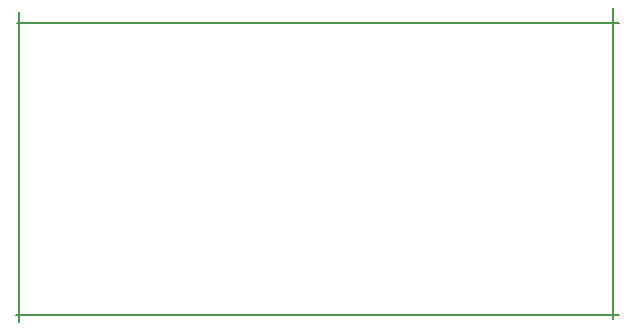
<source format=gm1>
G04 #@! TF.FileFunction,Profile,NP*
%FSLAX46Y46*%
G04 Gerber Fmt 4.6, Leading zero omitted, Abs format (unit mm)*
G04 Created by KiCad (PCBNEW 4.1.0-alpha+201605292346+6852~44~ubuntu14.04.1-product) date Thu Jun  2 19:47:09 2016*
%MOMM*%
%LPD*%
G01*
G04 APERTURE LIST*
%ADD10C,0.150000*%
G04 APERTURE END LIST*
D10*
X178816000Y-81165700D02*
X127787400Y-81165700D01*
X178269900Y-106210100D02*
X178269900Y-79895700D01*
X127736600Y-105892600D02*
X178765200Y-105892600D01*
X128003300Y-80200500D02*
X128003300Y-106464100D01*
M02*

</source>
